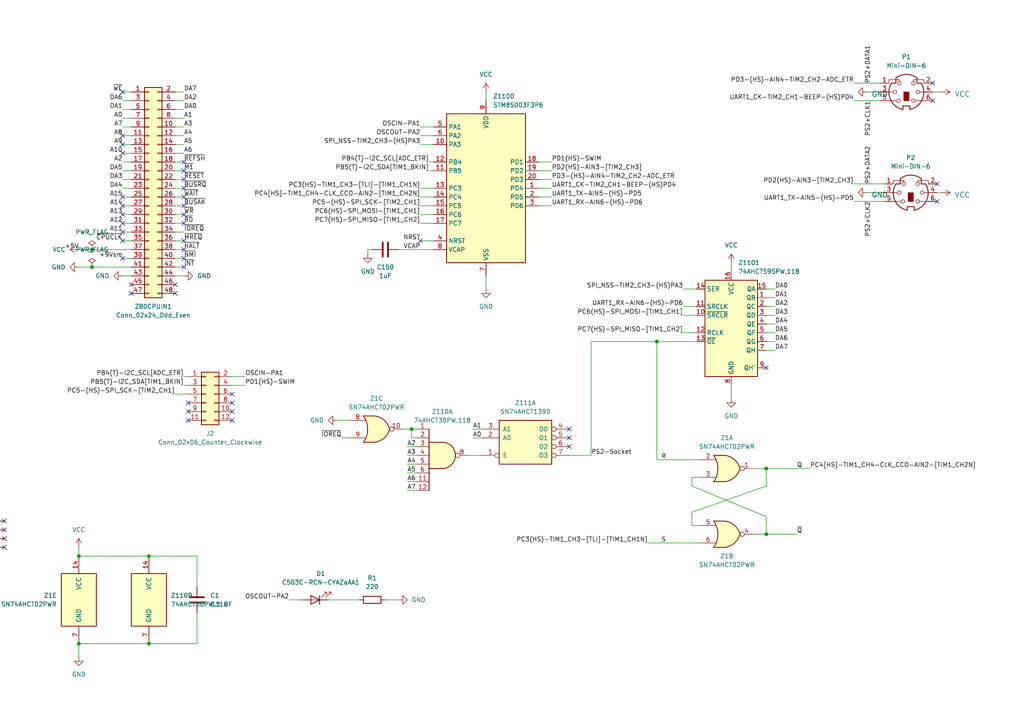
<source format=kicad_sch>
(kicad_sch (version 20211123) (generator eeschema)
  (paper "A4")
  (title_block (title "UniBoard") (date "2019-11-10") (rev "Alpha") (company "Ontobus") (comment 1 "John Bradley") (comment 2 "https://creativecommons.org/licenses/by-nc-sa/4.0/") (comment 3 "Attribution-NonCommercial-ShareAlike 4.0 International License.") (comment 4 "This work is licensed under a Creative Commons "))
  (lib_symbols
    (symbol "74xx:74HC02" (pin_names (offset 1.016))
      (property "Reference" "U" (at 0 1.27 0))
      (property "Value" "74HC02" (at 0 -1.27 0))
      (symbol "74HC02_1_1"
        (pin output inverted (at 7.62 0 180) (length 3.81) (name "~") (number "1"))
        (pin input line (at -7.62 2.54 0) (length 4.318) (name "~") (number "2"))
        (pin input line (at -7.62 -2.54 0) (length 4.318) (name "~") (number "3"))
      )
      (symbol "74HC02_1_2"
        (pin output line (at 7.62 0 180) (length 3.81) (name "~") (number "1"))
        (pin input inverted (at -7.62 2.54 0) (length 3.81) (name "~") (number "2"))
        (pin input inverted (at -7.62 -2.54 0) (length 3.81) (name "~") (number "3"))
      )
      (symbol "74HC02_2_1"
        (pin output inverted (at 7.62 0 180) (length 3.81) (name "~") (number "4"))
        (pin input line (at -7.62 2.54 0) (length 4.318) (name "~") (number "5"))
        (pin input line (at -7.62 -2.54 0) (length 4.318) (name "~") (number "6"))
      )
      (symbol "74HC02_2_2"
        (pin output line (at 7.62 0 180) (length 3.81) (name "~") (number "4"))
        (pin input inverted (at -7.62 2.54 0) (length 3.81) (name "~") (number "5"))
        (pin input inverted (at -7.62 -2.54 0) (length 3.81) (name "~") (number "6"))
      )
      (symbol "74HC02_3_1"
        (pin output inverted (at 7.62 0 180) (length 3.81) (name "~") (number "10"))
        (pin input line (at -7.62 2.54 0) (length 4.318) (name "~") (number "8"))
        (pin input line (at -7.62 -2.54 0) (length 4.318) (name "~") (number "9"))
      )
      (symbol "74HC02_3_2"
        (pin output line (at 7.62 0 180) (length 3.81) (name "~") (number "10"))
        (pin input inverted (at -7.62 2.54 0) (length 3.81) (name "~") (number "8"))
        (pin input inverted (at -7.62 -2.54 0) (length 3.81) (name "~") (number "9"))
      )
      (symbol "74HC02_4_1"
        (pin input line (at -7.62 2.54 0) (length 4.318) (name "~") (number "11"))
        (pin input line (at -7.62 -2.54 0) (length 4.318) (name "~") (number "12"))
        (pin output inverted (at 7.62 0 180) (length 3.81) (name "~") (number "13"))
      )
      (symbol "74HC02_4_2"
        (pin input inverted (at -7.62 2.54 0) (length 3.81) (name "~") (number "11"))
        (pin input inverted (at -7.62 -2.54 0) (length 3.81) (name "~") (number "12"))
        (pin output line (at 7.62 0 180) (length 3.81) (name "~") (number "13"))
      )
      (symbol "74HC02_5_0"
        (pin power_in line (at 0 12.7 270) (length 5.08) (name "VCC") (number "14"))
        (pin power_in line (at 0 -12.7 90) (length 5.08) (name "GND") (number "7"))
      )
    )
    (symbol "74xx:74HCT595"
      (property "Reference" "U" (at -7.62 13.97 0))
      (property "Value" "74HCT595" (at -7.62 -16.51 0))
      (symbol "74HCT595_1_0"
        (pin tri_state line (at 10.16 7.62 180) (length 2.54) (name "QB") (number "1"))
        (pin input line (at -10.16 2.54 0) (length 2.54) (name "~{SRCLR}") (number "10"))
        (pin input line (at -10.16 5.08 0) (length 2.54) (name "SRCLK") (number "11"))
        (pin input line (at -10.16 -2.54 0) (length 2.54) (name "RCLK") (number "12"))
        (pin input line (at -10.16 -5.08 0) (length 2.54) (name "~{OE}") (number "13"))
        (pin input line (at -10.16 10.16 0) (length 2.54) (name "SER") (number "14"))
        (pin tri_state line (at 10.16 10.16 180) (length 2.54) (name "QA") (number "15"))
        (pin power_in line (at 0 15.24 270) (length 2.54) (name "VCC") (number "16"))
        (pin tri_state line (at 10.16 5.08 180) (length 2.54) (name "QC") (number "2"))
        (pin tri_state line (at 10.16 2.54 180) (length 2.54) (name "QD") (number "3"))
        (pin tri_state line (at 10.16 0 180) (length 2.54) (name "QE") (number "4"))
        (pin tri_state line (at 10.16 -2.54 180) (length 2.54) (name "QF") (number "5"))
        (pin tri_state line (at 10.16 -5.08 180) (length 2.54) (name "QG") (number "6"))
        (pin tri_state line (at 10.16 -7.62 180) (length 2.54) (name "QH") (number "7"))
        (pin power_in line (at 0 -17.78 90) (length 2.54) (name "GND") (number "8"))
        (pin output line (at 10.16 -12.7 180) (length 2.54) (name "QH'") (number "9"))
      )
    )
    (symbol "74xx:74LS139" (pin_names (offset 1.016))
      (property "Reference" "U" (at -7.62 8.89 0))
      (property "Value" "74LS139" (at -7.62 -8.89 0))
      (symbol "74LS139_1_0"
        (pin input inverted (at -12.7 -5.08 0) (length 5.08) (name "E") (number "1"))
        (pin input line (at -12.7 0 0) (length 5.08) (name "A0") (number "2"))
        (pin input line (at -12.7 2.54 0) (length 5.08) (name "A1") (number "3"))
        (pin output inverted (at 12.7 2.54 180) (length 5.08) (name "O0") (number "4"))
        (pin output inverted (at 12.7 0 180) (length 5.08) (name "O1") (number "5"))
        (pin output inverted (at 12.7 -2.54 180) (length 5.08) (name "O2") (number "6"))
        (pin output inverted (at 12.7 -5.08 180) (length 5.08) (name "O3") (number "7"))
      )
      (symbol "74LS139_2_0"
        (pin output inverted (at 12.7 -2.54 180) (length 5.08) (name "O2") (number "10"))
        (pin output inverted (at 12.7 0 180) (length 5.08) (name "O1") (number "11"))
        (pin output inverted (at 12.7 2.54 180) (length 5.08) (name "O0") (number "12"))
        (pin input line (at -12.7 2.54 0) (length 5.08) (name "A1") (number "13"))
        (pin input line (at -12.7 0 0) (length 5.08) (name "A0") (number "14"))
        (pin input inverted (at -12.7 -5.08 0) (length 5.08) (name "E") (number "15"))
        (pin output inverted (at 12.7 -5.08 180) (length 5.08) (name "O3") (number "9"))
      )
      (symbol "74LS139_3_0"
        (pin power_in line (at 0 12.7 270) (length 5.08) (name "VCC") (number "16"))
        (pin power_in line (at 0 -12.7 90) (length 5.08) (name "GND") (number "8"))
      )
    )
    (symbol "74xx:74LS30" (pin_names (offset 1.016))
      (property "Reference" "U" (at 0 1.27 0))
      (property "Value" "74LS30" (at 0 -1.27 0))
      (symbol "74LS30_1_1"
        (pin input line (at -7.62 7.62 0) (length 3.81) (name "~") (number "1"))
        (pin input line (at -7.62 -7.62 0) (length 3.81) (name "~") (number "11"))
        (pin input line (at -7.62 -10.16 0) (length 3.81) (name "~") (number "12"))
        (pin input line (at -7.62 5.08 0) (length 3.81) (name "~") (number "2"))
        (pin input line (at -7.62 2.54 0) (length 3.81) (name "~") (number "3"))
        (pin input line (at -7.62 0 0) (length 3.81) (name "~") (number "4"))
        (pin input line (at -7.62 -2.54 0) (length 3.81) (name "~") (number "5"))
        (pin input line (at -7.62 -5.08 0) (length 3.81) (name "~") (number "6"))
        (pin output inverted (at 7.62 0 180) (length 3.81) (name "~") (number "8"))
      )
      (symbol "74LS30_1_2"
        (pin input inverted (at -7.62 7.62 0) (length 3.81) (name "~") (number "1"))
        (pin input inverted (at -7.62 -7.62 0) (length 3.81) (name "~") (number "11"))
        (pin input inverted (at -7.62 -10.16 0) (length 3.81) (name "~") (number "12"))
        (pin input inverted (at -7.62 5.08 0) (length 3.81) (name "~") (number "2"))
        (pin input inverted (at -7.62 2.54 0) (length 4.5466) (name "~") (number "3"))
        (pin input inverted (at -7.62 0 0) (length 5.08) (name "~") (number "4"))
        (pin input inverted (at -7.62 -2.54 0) (length 4.5466) (name "~") (number "5"))
        (pin input inverted (at -7.62 -5.08 0) (length 3.81) (name "~") (number "6"))
        (pin output line (at 7.62 0 180) (length 3.81) (name "~") (number "8"))
      )
      (symbol "74LS30_2_0"
        (pin power_in line (at 0 12.7 270) (length 5.08) (name "VCC") (number "14"))
        (pin power_in line (at 0 -12.7 90) (length 5.08) (name "GND") (number "7"))
      )
    )
    (symbol "Connector:Mini-DIN-6" (pin_names (offset 1.016))
      (property "Reference" "J" (at 0 6.35 0))
      (property "Value" "Mini-DIN-6" (at 0 -6.35 0))
      (symbol "Mini-DIN-6_1_1"
        (pin passive line (at 7.62 -2.54 180) (length 2.54) (name "~") (number "1"))
        (pin passive line (at -7.62 -2.54 0) (length 2.54) (name "~") (number "2"))
        (pin passive line (at 7.62 0 180) (length 2.54) (name "~") (number "3"))
        (pin passive line (at -7.62 0 0) (length 2.54) (name "~") (number "4"))
        (pin passive line (at 7.62 2.54 180) (length 2.54) (name "~") (number "5"))
        (pin passive line (at -7.62 2.54 0) (length 2.54) (name "~") (number "6"))
      )
    )
    (symbol "Connector_Generic:Conn_02x06_Odd_Even" (pin_names (offset 1.016) hide)
      (property "Reference" "J" (at 1.27 7.62 0))
      (property "Value" "Conn_02x06_Odd_Even" (at 1.27 -10.16 0))
      (symbol "Conn_02x06_Odd_Even_1_1"
        (pin passive line (at -5.08 5.08 0) (length 3.81) (name "Pin_1") (number "1"))
        (pin passive line (at 7.62 -5.08 180) (length 3.81) (name "Pin_10") (number "10"))
        (pin passive line (at -5.08 -7.62 0) (length 3.81) (name "Pin_11") (number "11"))
        (pin passive line (at 7.62 -7.62 180) (length 3.81) (name "Pin_12") (number "12"))
        (pin passive line (at 7.62 5.08 180) (length 3.81) (name "Pin_2") (number "2"))
        (pin passive line (at -5.08 2.54 0) (length 3.81) (name "Pin_3") (number "3"))
        (pin passive line (at 7.62 2.54 180) (length 3.81) (name "Pin_4") (number "4"))
        (pin passive line (at -5.08 0 0) (length 3.81) (name "Pin_5") (number "5"))
        (pin passive line (at 7.62 0 180) (length 3.81) (name "Pin_6") (number "6"))
        (pin passive line (at -5.08 -2.54 0) (length 3.81) (name "Pin_7") (number "7"))
        (pin passive line (at 7.62 -2.54 180) (length 3.81) (name "Pin_8") (number "8"))
        (pin passive line (at -5.08 -5.08 0) (length 3.81) (name "Pin_9") (number "9"))
      )
    )
    (symbol "Connector_Generic:Conn_02x24_Odd_Even" (pin_names (offset 1.016) hide)
      (property "Reference" "J" (at 1.27 30.48 0))
      (property "Value" "Conn_02x24_Odd_Even" (at 1.27 -33.02 0))
      (symbol "Conn_02x24_Odd_Even_1_1"
        (pin passive line (at -5.08 27.94 0) (length 3.81) (name "Pin_1") (number "1"))
        (pin passive line (at 7.62 17.78 180) (length 3.81) (name "Pin_10") (number "10"))
        (pin passive line (at -5.08 15.24 0) (length 3.81) (name "Pin_11") (number "11"))
        (pin passive line (at 7.62 15.24 180) (length 3.81) (name "Pin_12") (number "12"))
        (pin passive line (at -5.08 12.7 0) (length 3.81) (name "Pin_13") (number "13"))
        (pin passive line (at 7.62 12.7 180) (length 3.81) (name "Pin_14") (number "14"))
        (pin passive line (at -5.08 10.16 0) (length 3.81) (name "Pin_15") (number "15"))
        (pin passive line (at 7.62 10.16 180) (length 3.81) (name "Pin_16") (number "16"))
        (pin passive line (at -5.08 7.62 0) (length 3.81) (name "Pin_17") (number "17"))
        (pin passive line (at 7.62 7.62 180) (length 3.81) (name "Pin_18") (number "18"))
        (pin passive line (at -5.08 5.08 0) (length 3.81) (name "Pin_19") (number "19"))
        (pin passive line (at 7.62 27.94 180) (length 3.81) (name "Pin_2") (number "2"))
        (pin passive line (at 7.62 5.08 180) (length 3.81) (name "Pin_20") (number "20"))
        (pin passive line (at -5.08 2.54 0) (length 3.81) (name "Pin_21") (number "21"))
        (pin passive line (at 7.62 2.54 180) (length 3.81) (name "Pin_22") (number "22"))
        (pin passive line (at -5.08 0 0) (length 3.81) (name "Pin_23") (number "23"))
        (pin passive line (at 7.62 0 180) (length 3.81) (name "Pin_24") (number "24"))
        (pin passive line (at -5.08 -2.54 0) (length 3.81) (name "Pin_25") (number "25"))
        (pin passive line (at 7.62 -2.54 180) (length 3.81) (name "Pin_26") (number "26"))
        (pin passive line (at -5.08 -5.08 0) (length 3.81) (name "Pin_27") (number "27"))
        (pin passive line (at 7.62 -5.08 180) (length 3.81) (name "Pin_28") (number "28"))
        (pin passive line (at -5.08 -7.62 0) (length 3.81) (name "Pin_29") (number "29"))
        (pin passive line (at -5.08 25.4 0) (length 3.81) (name "Pin_3") (number "3"))
        (pin passive line (at 7.62 -7.62 180) (length 3.81) (name "Pin_30") (number "30"))
        (pin passive line (at -5.08 -10.16 0) (length 3.81) (name "Pin_31") (number "31"))
        (pin passive line (at 7.62 -10.16 180) (length 3.81) (name "Pin_32") (number "32"))
        (pin passive line (at -5.08 -12.7 0) (length 3.81) (name "Pin_33") (number "33"))
        (pin passive line (at 7.62 -12.7 180) (length 3.81) (name "Pin_34") (number "34"))
        (pin passive line (at -5.08 -15.24 0) (length 3.81) (name "Pin_35") (number "35"))
        (pin passive line (at 7.62 -15.24 180) (length 3.81) (name "Pin_36") (number "36"))
        (pin passive line (at -5.08 -17.78 0) (length 3.81) (name "Pin_37") (number "37"))
        (pin passive line (at 7.62 -17.78 180) (length 3.81) (name "Pin_38") (number "38"))
        (pin passive line (at -5.08 -20.32 0) (length 3.81) (name "Pin_39") (number "39"))
        (pin passive line (at 7.62 25.4 180) (length 3.81) (name "Pin_4") (number "4"))
        (pin passive line (at 7.62 -20.32 180) (length 3.81) (name "Pin_40") (number "40"))
        (pin passive line (at -5.08 -22.86 0) (length 3.81) (name "Pin_41") (number "41"))
        (pin passive line (at 7.62 -22.86 180) (length 3.81) (name "Pin_42") (number "42"))
        (pin passive line (at -5.08 -25.4 0) (length 3.81) (name "Pin_43") (number "43"))
        (pin passive line (at 7.62 -25.4 180) (length 3.81) (name "Pin_44") (number "44"))
        (pin passive line (at -5.08 -27.94 0) (length 3.81) (name "Pin_45") (number "45"))
        (pin passive line (at 7.62 -27.94 180) (length 3.81) (name "Pin_46") (number "46"))
        (pin passive line (at -5.08 -30.48 0) (length 3.81) (name "Pin_47") (number "47"))
        (pin passive line (at 7.62 -30.48 180) (length 3.81) (name "Pin_48") (number "48"))
        (pin passive line (at -5.08 22.86 0) (length 3.81) (name "Pin_5") (number "5"))
        (pin passive line (at 7.62 22.86 180) (length 3.81) (name "Pin_6") (number "6"))
        (pin passive line (at -5.08 20.32 0) (length 3.81) (name "Pin_7") (number "7"))
        (pin passive line (at 7.62 20.32 180) (length 3.81) (name "Pin_8") (number "8"))
        (pin passive line (at -5.08 17.78 0) (length 3.81) (name "Pin_9") (number "9"))
      )
    )
    (symbol "Device:C" (pin_numbers hide) (pin_names (offset 0.254))
      (property "Reference" "C" (at 0.635 2.54 0))
      (property "Value" "C" (at 0.635 -2.54 0))
      (symbol "C_1_1"
        (pin passive line (at 0 3.81 270) (length 2.794) (name "~") (number "1"))
        (pin passive line (at 0 -3.81 90) (length 2.794) (name "~") (number "2"))
      )
    )
    (symbol "Device:LED" (pin_numbers hide) (pin_names (offset 1.016) hide)
      (property "Reference" "D" (at 0 2.54 0))
      (property "Value" "LED" (at 0 -2.54 0))
      (symbol "LED_1_1"
        (pin passive line (at -3.81 0 0) (length 2.54) (name "K") (number "1"))
        (pin passive line (at 3.81 0 180) (length 2.54) (name "A") (number "2"))
      )
    )
    (symbol "Device:R" (pin_numbers hide) (pin_names (offset 0))
      (property "Reference" "R" (at 2.032 0 90))
      (property "Value" "R" (at 0 0 90))
      (symbol "R_1_1"
        (pin passive line (at 0 3.81 270) (length 1.27) (name "~") (number "1"))
        (pin passive line (at 0 -3.81 90) (length 1.27) (name "~") (number "2"))
      )
    )
    (symbol "MCU_ST_STM8:STM8S003F3P"
      (property "Reference" "U" (at 1.27 25.4 0))
      (property "Value" "STM8S003F3P" (at 1.27 22.86 0))
      (symbol "STM8S003F3P_1_1"
        (pin bidirectional line (at 15.24 0 180) (length 3.81) (name "PD4") (number "1"))
        (pin bidirectional line (at -15.24 12.7 0) (length 3.81) (name "PA3") (number "10"))
        (pin bidirectional line (at -15.24 5.08 0) (length 3.81) (name "PB5") (number "11"))
        (pin bidirectional line (at -15.24 7.62 0) (length 3.81) (name "PB4") (number "12"))
        (pin bidirectional line (at -15.24 0 0) (length 3.81) (name "PC3") (number "13"))
        (pin bidirectional line (at -15.24 -2.54 0) (length 3.81) (name "PC4") (number "14"))
        (pin bidirectional line (at -15.24 -5.08 0) (length 3.81) (name "PC5") (number "15"))
        (pin bidirectional line (at -15.24 -7.62 0) (length 3.81) (name "PC6") (number "16"))
        (pin bidirectional line (at -15.24 -10.16 0) (length 3.81) (name "PC7") (number "17"))
        (pin bidirectional line (at 15.24 7.62 180) (length 3.81) (name "PD1") (number "18"))
        (pin bidirectional line (at 15.24 5.08 180) (length 3.81) (name "PD2") (number "19"))
        (pin bidirectional line (at 15.24 -2.54 180) (length 3.81) (name "PD5") (number "2"))
        (pin bidirectional line (at 15.24 2.54 180) (length 3.81) (name "PD3") (number "20"))
        (pin bidirectional line (at 15.24 -5.08 180) (length 3.81) (name "PD6") (number "3"))
        (pin input line (at -15.24 -15.24 0) (length 3.81) (name "NRST") (number "4"))
        (pin bidirectional line (at -15.24 17.78 0) (length 3.81) (name "PA1") (number "5"))
        (pin bidirectional line (at -15.24 15.24 0) (length 3.81) (name "PA2") (number "6"))
        (pin power_in line (at 0 -25.4 90) (length 3.81) (name "VSS") (number "7"))
        (pin passive line (at -15.24 -17.78 0) (length 3.81) (name "VCAP") (number "8"))
        (pin power_in line (at 0 25.4 270) (length 3.81) (name "VDD") (number "9"))
      )
    )
    (symbol "power:GND" (power) (pin_names (offset 0))
      (property "Value" "GND" (at 0 -3.81 0))
      (symbol "GND_1_1"
        (pin power_in line (at 0 0 270) (length 0) hide (name "GND") (number "1"))
      )
    )
    (symbol "power:PWR_FLAG" (power) (pin_numbers hide) (pin_names (offset 0) hide)
      (property "Value" "PWR_FLAG" (at 0 3.81 0))
      (symbol "PWR_FLAG_0_0"
        (pin power_out line (at 0 0 90) (length 0) (name "pwr") (number "1"))
      )
    )
    (symbol "power:VCC" (power) (pin_names (offset 0))
      (property "Value" "VCC" (at 0 3.81 0))
      (symbol "VCC_1_1"
        (pin power_in line (at 0 0 90) (length 0) hide (name "VCC") (number "1"))
      )
    )
  )
  (junction (at 43.18 186.69))
  (junction (at 22.86 161.29))
  (junction (at 222.25 154.94))
  (junction (at 222.25 135.89))
  (junction (at 190.5 99.06))
  (junction (at 26.67 77.47))
  (junction (at 119.38 124.46))
  (junction (at 43.18 161.29))
  (junction (at 22.86 186.69))
  (junction (at 26.67 72.39))
  (no_connect (at 53.34 69.85))
  (no_connect (at -3.81 132.08))
  (no_connect (at 35.56 69.85))
  (no_connect (at 53.34 59.69))
  (no_connect (at -25.4 153.67))
  (no_connect (at 67.31 116.84))
  (no_connect (at 50.8 85.09))
  (no_connect (at -25.4 151.13))
  (no_connect (at 53.34 46.99))
  (no_connect (at 35.56 64.77))
  (no_connect (at 38.1 85.09))
  (no_connect (at 67.31 121.92))
  (no_connect (at 35.56 62.23))
  (no_connect (at 50.8 82.55))
  (no_connect (at -29.21 298.45))
  (no_connect (at 38.1 82.55))
  (no_connect (at 1.27 153.67))
  (no_connect (at 35.56 59.69))
  (no_connect (at 53.34 49.53))
  (no_connect (at 35.56 26.67))
  (no_connect (at 53.34 72.39))
  (no_connect (at -25.4 158.75))
  (no_connect (at 121.92 69.85))
  (no_connect (at 54.61 121.92))
  (no_connect (at 67.31 119.38))
  (no_connect (at 1.27 158.75))
  (no_connect (at 53.34 74.93))
  (no_connect (at -19.05 134.62))
  (no_connect (at 35.56 57.15))
  (no_connect (at 165.1 129.54))
  (no_connect (at 270.51 29.21))
  (no_connect (at -344.805 283.21))
  (no_connect (at 271.78 58.42))
  (no_connect (at 53.34 57.15))
  (no_connect (at 165.1 124.46))
  (no_connect (at 345.44 22.86))
  (no_connect (at 1.27 156.21))
  (no_connect (at 53.34 52.07))
  (no_connect (at 270.51 24.13))
  (no_connect (at 54.61 116.84))
  (no_connect (at 35.56 44.45))
  (no_connect (at 271.78 53.34))
  (no_connect (at 53.34 62.23))
  (no_connect (at 1.27 151.13))
  (no_connect (at 35.56 41.91))
  (no_connect (at 53.34 54.61))
  (no_connect (at 35.56 74.93))
  (no_connect (at 35.56 67.31))
  (no_connect (at 35.56 39.37))
  (no_connect (at 53.34 64.77))
  (no_connect (at 222.25 106.68))
  (no_connect (at 53.34 77.47))
  (no_connect (at 54.61 119.38))
  (no_connect (at 67.31 114.3))
  (no_connect (at 165.1 127))
  (no_connect (at -19.05 129.54))
  (wire (pts (xy 125.73 54.61) (xy 121.92 54.61)))
  (wire (pts (xy 125.73 39.37) (xy 121.92 39.37)))
  (wire (pts (xy 38.1 49.53) (xy 35.56 49.53)))
  (wire (pts (xy 222.25 99.06) (xy 224.79 99.06)))
  (wire (pts (xy 43.18 161.29) (xy 57.15 161.29)))
  (wire (pts (xy 38.1 36.83) (xy 35.56 36.83)))
  (wire (pts (xy 107.95 72.39) (xy 106.68 72.39)))
  (wire (pts (xy 50.8 34.29) (xy 53.34 34.29)))
  (wire (pts (xy 120.65 124.46) (xy 119.38 124.46)))
  (wire (pts (xy 50.8 26.67) (xy 53.34 26.67)))
  (wire (pts (xy 38.1 31.75) (xy 35.56 31.75)))
  (wire (pts (xy 54.61 109.22) (xy 53.34 109.22)))
  (wire (pts (xy 50.8 52.07) (xy 53.34 52.07)))
  (wire (pts (xy 120.65 132.08) (xy 118.11 132.08)))
  (wire (pts (xy 156.21 57.15) (xy 160.02 57.15)))
  (wire (pts (xy 171.45 99.06) (xy 190.5 99.06)))
  (wire (pts (xy 125.73 64.77) (xy 121.92 64.77)))
  (wire (pts (xy 273.05 55.88) (xy 271.78 55.88)))
  (wire (pts (xy 222.25 88.9) (xy 224.79 88.9)))
  (wire (pts (xy 156.21 54.61) (xy 160.02 54.61)))
  (wire (pts (xy 273.05 26.67) (xy 270.51 26.67)))
  (wire (pts (xy 256.54 53.34) (xy 247.65 53.34)))
  (wire (pts (xy 43.18 161.29) (xy 22.86 161.29)))
  (wire (pts (xy 22.86 158.75) (xy 22.86 161.29)))
  (wire (pts (xy 125.73 69.85) (xy 121.92 69.85)))
  (wire (pts (xy 50.8 44.45) (xy 53.34 44.45)))
  (wire (pts (xy 50.8 77.47) (xy 53.34 77.47)))
  (wire (pts (xy 218.44 135.89) (xy 222.25 135.89)))
  (wire (pts (xy 121.92 36.83) (xy 125.73 36.83)))
  (wire (pts (xy 22.86 186.69) (xy 22.86 190.5)))
  (wire (pts (xy 50.8 57.15) (xy 53.34 57.15)))
  (wire (pts (xy 120.65 142.24) (xy 118.11 142.24)))
  (wire (pts (xy 187.96 157.48) (xy 203.2 157.48)))
  (wire (pts (xy 26.67 77.47) (xy 38.1 77.47)))
  (wire (pts (xy 190.5 133.35) (xy 203.2 133.35)))
  (wire (pts (xy 50.8 49.53) (xy 53.34 49.53)))
  (wire (pts (xy 139.7 132.08) (xy 135.89 132.08)))
  (wire (pts (xy 38.1 69.85) (xy 35.56 69.85)))
  (wire (pts (xy 222.25 154.94) (xy 222.25 149.86)))
  (wire (pts (xy 201.93 91.44) (xy 198.12 91.44)))
  (wire (pts (xy 38.1 74.93) (xy 35.56 74.93)))
  (wire (pts (xy 50.8 54.61) (xy 53.34 54.61)))
  (wire (pts (xy 140.97 80.01) (xy 140.97 83.82)))
  (wire (pts (xy 38.1 41.91) (xy 35.56 41.91)))
  (wire (pts (xy 256.54 55.88) (xy 251.46 55.88)))
  (wire (pts (xy 22.86 77.47) (xy 26.67 77.47)))
  (wire (pts (xy 43.18 186.69) (xy 22.86 186.69)))
  (wire (pts (xy 26.67 72.39) (xy 22.86 72.39)))
  (wire (pts (xy 38.1 64.77) (xy 35.56 64.77)))
  (wire (pts (xy 222.25 149.86) (xy 200.66 140.97)))
  (wire (pts (xy 125.73 57.15) (xy 121.92 57.15)))
  (wire (pts (xy 212.09 111.76) (xy 212.09 115.57)))
  (wire (pts (xy 200.66 138.43) (xy 203.2 138.43)))
  (wire (pts (xy 125.73 62.23) (xy 121.92 62.23)))
  (wire (pts (xy 255.27 24.13) (xy 247.65 24.13)))
  (wire (pts (xy 222.25 83.82) (xy 224.79 83.82)))
  (wire (pts (xy 38.1 34.29) (xy 35.56 34.29)))
  (wire (pts (xy 222.25 86.36) (xy 224.79 86.36)))
  (wire (pts (xy 119.38 127) (xy 120.65 127)))
  (wire (pts (xy 222.25 101.6) (xy 224.79 101.6)))
  (wire (pts (xy 201.93 83.82) (xy 198.12 83.82)))
  (wire (pts (xy 222.25 135.89) (xy 234.95 135.89)))
  (wire (pts (xy 38.1 52.07) (xy 35.56 52.07)))
  (wire (pts (xy 139.7 127) (xy 137.16 127)))
  (wire (pts (xy 50.8 39.37) (xy 53.34 39.37)))
  (wire (pts (xy 190.5 133.35) (xy 190.5 99.06)))
  (wire (pts (xy 119.38 124.46) (xy 119.38 127)))
  (wire (pts (xy 38.1 57.15) (xy 35.56 57.15)))
  (wire (pts (xy 201.93 88.9) (xy 198.12 88.9)))
  (wire (pts (xy 38.1 44.45) (xy 35.56 44.45)))
  (wire (pts (xy 38.1 54.61) (xy 35.56 54.61)))
  (wire (pts (xy 200.66 140.97) (xy 200.66 138.43)))
  (wire (pts (xy 201.93 96.52) (xy 198.12 96.52)))
  (wire (pts (xy 38.1 59.69) (xy 35.56 59.69)))
  (wire (pts (xy 50.8 59.69) (xy 53.34 59.69)))
  (wire (pts (xy 218.44 154.94) (xy 222.25 154.94)))
  (wire (pts (xy 200.66 152.4) (xy 203.2 152.4)))
  (wire (pts (xy 171.45 132.08) (xy 171.45 99.06)))
  (wire (pts (xy 38.1 46.99) (xy 35.56 46.99)))
  (wire (pts (xy 50.8 31.75) (xy 53.34 31.75)))
  (wire (pts (xy 222.25 154.94) (xy 231.14 154.94)))
  (wire (pts (xy 120.65 139.7) (xy 118.11 139.7)))
  (wire (pts (xy 101.6 127) (xy 99.06 127)))
  (wire (pts (xy 38.1 39.37) (xy 35.56 39.37)))
  (wire (pts (xy 50.8 41.91) (xy 53.34 41.91)))
  (wire (pts (xy 50.8 72.39) (xy 53.34 72.39)))
  (wire (pts (xy 50.8 69.85) (xy 53.34 69.85)))
  (wire (pts (xy 54.61 111.76) (xy 53.34 111.76)))
  (wire (pts (xy 38.1 26.67) (xy 35.56 26.67)))
  (wire (pts (xy 50.8 29.21) (xy 53.34 29.21)))
  (wire (pts (xy 57.15 186.69) (xy 43.18 186.69)))
  (wire (pts (xy 120.65 134.62) (xy 118.11 134.62)))
  (wire (pts (xy 71.12 109.22) (xy 67.31 109.22)))
  (wire (pts (xy 165.1 132.08) (xy 171.45 132.08)))
  (wire (pts (xy 125.73 59.69) (xy 121.92 59.69)))
  (wire (pts (xy 125.73 49.53) (xy 124.46 49.53)))
  (wire (pts (xy 119.38 124.46) (xy 116.84 124.46)))
  (wire (pts (xy 50.8 36.83) (xy 53.34 36.83)))
  (wire (pts (xy 67.31 111.76) (xy 71.12 111.76)))
  (wire (pts (xy 50.8 64.77) (xy 53.34 64.77)))
  (wire (pts (xy 106.68 72.39) (xy 106.68 73.66)))
  (wire (pts (xy 140.97 26.67) (xy 140.97 29.21)))
  (wire (pts (xy 125.73 72.39) (xy 115.57 72.39)))
  (wire (pts (xy 54.61 114.3) (xy 50.8 114.3)))
  (wire (pts (xy 200.66 148.59) (xy 200.66 152.4)))
  (wire (pts (xy 256.54 58.42) (xy 247.65 58.42)))
  (wire (pts (xy 156.21 52.07) (xy 160.02 52.07)))
  (wire (pts (xy 57.15 161.29) (xy 57.15 170.18)))
  (wire (pts (xy 125.73 46.99) (xy 124.46 46.99)))
  (wire (pts (xy 50.8 46.99) (xy 53.34 46.99)))
  (wire (pts (xy 156.21 59.69) (xy 160.02 59.69)))
  (wire (pts (xy 222.25 96.52) (xy 224.79 96.52)))
  (wire (pts (xy 111.76 173.99) (xy 115.57 173.99)))
  (wire (pts (xy 255.27 29.21) (xy 247.65 29.21)))
  (wire (pts (xy 212.09 76.2) (xy 212.09 78.74)))
  (wire (pts (xy 222.25 135.89) (xy 222.25 140.97)))
  (wire (pts (xy 38.1 62.23) (xy 35.56 62.23)))
  (wire (pts (xy 38.1 29.21) (xy 35.56 29.21)))
  (wire (pts (xy 139.7 124.46) (xy 137.16 124.46)))
  (wire (pts (xy 222.25 91.44) (xy 224.79 91.44)))
  (wire (pts (xy 38.1 80.01) (xy 35.56 80.01)))
  (wire (pts (xy 120.65 129.54) (xy 118.11 129.54)))
  (wire (pts (xy 38.1 67.31) (xy 35.56 67.31)))
  (wire (pts (xy 120.65 137.16) (xy 118.11 137.16)))
  (wire (pts (xy 50.8 62.23) (xy 53.34 62.23)))
  (wire (pts (xy 222.25 93.98) (xy 224.79 93.98)))
  (wire (pts (xy 87.63 173.99) (xy 83.82 173.99)))
  (wire (pts (xy 160.02 46.99) (xy 156.21 46.99)))
  (wire (pts (xy 50.8 67.31) (xy 53.34 67.31)))
  (wire (pts (xy 57.15 177.8) (xy 57.15 186.69)))
  (wire (pts (xy 101.6 121.92) (xy 97.79 121.92)))
  (wire (pts (xy 53.34 74.93) (xy 50.8 74.93)))
  (wire (pts (xy 156.21 49.53) (xy 160.02 49.53)))
  (wire (pts (xy 50.8 80.01) (xy 53.34 80.01)))
  (wire (pts (xy 125.73 41.91) (xy 121.92 41.91)))
  (wire (pts (xy 190.5 99.06) (xy 201.93 99.06)))
  (wire (pts (xy 95.25 173.99) (xy 104.14 173.99)))
  (wire (pts (xy 222.25 140.97) (xy 200.66 148.59)))
  (wire (pts (xy 255.27 26.67) (xy 251.46 26.67)))
  (wire (pts (xy 38.1 72.39) (xy 26.67 72.39)))
  (label "DA7" (at 53.34 26.67 0))
  (label "DA5" (at 35.56 49.53 180))
  (label "OSCOUT-PA2" (at 83.82 173.99 180))
  (label "~{BUSAK}" (at 53.34 59.69 0))
  (label "PB5(T)-I2C_SDA[TIM1_BKIN]" (at 124.46 49.53 180))
  (label "DA4" (at 35.56 54.61 180))
  (label "PC7(HS)-SPI_MISO-[TIM1_CH2]" (at 198.12 96.52 180))
  (label "DA3" (at 35.56 52.07 180))
  (label "DA1" (at 224.79 86.36 0))
  (label "S" (at 191.77 157.48 0))
  (label "A2" (at 118.11 129.54 0))
  (label "A4" (at 53.34 39.37 0))
  (label "UART1_CK-TIM2_CH1-BEEP-(HS)PD4" (at 160.02 54.61 0))
  (label "A1" (at 53.34 34.29 0))
  (label "A7" (at 35.56 36.83 180))
  (label "~{M1}" (at 53.34 49.53 0))
  (label "PD1(HS)-SWIM" (at 160.02 46.99 0))
  (label "UART1_TX-AIN5-(HS)-PD5" (at 247.65 58.42 180))
  (label "PB4(T)-I2C_SCL[ADC_ETR]" (at 124.46 46.99 180))
  (label "PS2+CLK2" (at 252.73 58.42 270))
  (label "A7" (at 118.11 142.24 0))
  (label "A6" (at 118.11 139.7 0))
  (label "A6" (at 53.34 44.45 0))
  (label "~{NMI}" (at 53.34 74.93 0))
  (label "PS2-Socket" (at 171.45 132.08 0))
  (label "PB5(T)-I2C_SDA[TIM1_BKIN]" (at 53.34 111.76 180))
  (label "UART1_RX-AIN6-(HS)-PD6" (at 198.12 88.9 180))
  (label "A14" (at 35.56 59.69 180))
  (label "DA3" (at 224.79 91.44 0))
  (label "PC3(HS)-TIM1_CH3-[TLI]-[TIM1_CH1N]" (at 187.96 157.48 180))
  (label "A13" (at 35.56 62.23 180))
  (label "A5" (at 118.11 137.16 0))
  (label "PS2+DATA1" (at 252.73 24.13 90))
  (label "A1" (at 137.16 124.46 0))
  (label "DA7" (at 224.79 101.6 0))
  (label "PD1(HS)-SWIM" (at 71.12 111.76 0))
  (label "R" (at 191.77 133.35 0))
  (label "A3" (at 53.34 36.83 0))
  (label "PC5-(HS)-SPI_SCK-[TIM2_CH1]" (at 121.92 59.69 180))
  (label "PD2(HS)-AIN3-[TIM2_CH3]" (at 160.02 49.53 0))
  (label "A10" (at 35.56 44.45 180))
  (label "~{REFSH}" (at 53.34 46.99 0))
  (label "~{WE}" (at 35.56 26.67 180))
  (label "~{RESET}" (at 53.34 52.07 0))
  (label "A4" (at 118.11 134.62 0))
  (label "PC7(HS)-SPI_MISO-[TIM1_CH2]" (at 121.92 64.77 180))
  (label "DA0" (at 53.34 31.75 0))
  (label "PB4(T)-I2C_SCL[ADC_ETR]" (at 53.34 109.22 180))
  (label "~{IOREQ}" (at 99.06 127 180))
  (label "~{CPUCLK}" (at 35.56 69.85 180))
  (label "UART1_TX-AIN5-(HS)-PD5" (at 160.02 57.15 0))
  (label "OSCOUT-PA2" (at 121.92 39.37 180))
  (label "NRST" (at 121.92 69.85 180))
  (label "PS2+DATA2" (at 252.73 53.34 90))
  (label "PC3(HS)-TIM1_CH3-[TLI]-[TIM1_CH1N]" (at 121.92 54.61 180))
  (label "~{Q}" (at 231.14 154.94 0))
  (label "~{HALT}" (at 53.34 72.39 0))
  (label "~{BUSRQ}" (at 53.34 54.61 0))
  (label "SPI_NSS-TIM2_CH3-(HS)PA3" (at 121.92 41.91 180))
  (label "PS2+CLK1" (at 252.73 29.21 270))
  (label "A12" (at 35.56 64.77 180))
  (label "PD3-(HS)-AIN4-TIM2_CH2-ADC_ETR" (at 247.65 24.13 180))
  (label "A8" (at 35.56 39.37 180))
  (label "PC5-(HS)-SPI_SCK-[TIM2_CH1]" (at 50.8 114.3 180))
  (label "A0" (at 137.16 127 0))
  (label "PC6(HS)-SPI_MOSI-[TIM1_CH1]" (at 198.12 91.44 180))
  (label "DA1" (at 35.56 31.75 180))
  (label "PC4[HS]-TIM1_CH4-CLK_CCO-AIN2-[TIM1_CH2N]" (at 234.95 135.89 0))
  (label "PC6(HS)-SPI_MOSI-[TIM1_CH1]" (at 121.92 62.23 180))
  (label "~{INT}" (at 53.34 77.47 0))
  (label "UART1_RX-AIN6-(HS)-PD6" (at 160.02 59.69 0))
  (label "~{RD}" (at 53.34 64.77 0))
  (label "Q" (at 231.14 135.89 0))
  (label "PD2(HS)-AIN3-[TIM2_CH3]" (at 247.65 53.34 180))
  (label "DA2" (at 53.34 29.21 0))
  (label "OSCIN-PA1" (at 71.12 109.22 0))
  (label "VCAP" (at 121.92 72.39 180))
  (label "+5V" (at 22.86 72.39 180))
  (label "DA5" (at 224.79 96.52 0))
  (label "A15" (at 35.56 57.15 180))
  (label "A11" (at 35.56 67.31 180))
  (label "DA2" (at 224.79 88.9 0))
  (label "OSCIN-PA1" (at 121.92 36.83 180))
  (label "~{MREQ}" (at 53.34 69.85 0))
  (label "PC4[HS]-TIM1_CH4-CLK_CCO-AIN2-[TIM1_CH2N]" (at 121.92 57.15 180))
  (label "A2" (at 35.56 46.99 180))
  (label "+9Vsm" (at 35.56 74.93 180))
  (label "~{WR}" (at 53.34 62.23 0))
  (label "DA6" (at 35.56 29.21 180))
  (label "DA6" (at 224.79 99.06 0))
  (label "~{IOREQ}" (at 53.34 67.31 0))
  (label "A3" (at 118.11 132.08 0))
  (label "~{WAIT}" (at 53.34 57.15 0))
  (label "A9" (at 35.56 41.91 180))
  (label "DA0" (at 224.79 83.82 0))
  (label "PD3-(HS)-AIN4-TIM2_CH2-ADC_ETR" (at 160.02 52.07 0))
  (label "A5" (at 53.34 41.91 0))
  (label "A0" (at 35.56 34.29 180))
  (label "UART1_CK-TIM2_CH1-BEEP-(HS)PD4" (at 247.65 29.21 180))
  (label "SPI_NSS-TIM2_CH3-(HS)PA3" (at 198.12 83.82 180))
  (label "DA4" (at 224.79 93.98 0))
  (symbol (lib_id "74xx:74LS139") (at 152.4 127 0) (unit 1)
    (property "Reference" "Z111" (at 152.4 116.84 0))
    (property "Value" "SN74AHCT139D" (at 152.4 119.38 0))
    (property "Footprint" "Package_SO:SOP-16_4.4x10.4mm_P1.27mm" (effects hide))
    (property "Datasheet" "http://www.ti.com/lit/gpn/sn74LS139" (effects hide))
    (property "Manufacturer_Name" "Texas Instruments" (effects hide))
    (property "Manufacturer_Part_Number" "SN74AHCT139D" (effects hide))
  )
  (symbol (lib_id "MCU_ST_STM8:STM8S003F3P") (at 140.97 54.61 0) (unit 1)
    (property "Reference" "Z1100" (at 142.9894 27.94 0) (effects (justify left)))
    (property "Value" "STM8S003F3P6" (at 142.9894 30.48 0) (effects (justify left)))
    (property "Footprint" "Package_SO:TSSOP-20_4.4x6.5mm_P0.65mm" (effects hide))
    (property "Datasheet" "http://www.st.com/st-web-ui/static/active/en/resource/technical/document/datasheet/DM00024550.pdf" (effects hide))
    (property "Manufacturer_Name" "STMicroelectronics" (effects hide))
    (property "Manufacturer_Part_Number" "STM8S003F3P6" (effects hide))
  )
  (symbol (lib_id "power:GND") (at 140.97 83.82 0) (unit 1)
    (property "Reference" "#PWR0102" (effects hide))
    (property "Value" "GND" (at 140.97 88.9 0))
  )
  (symbol (lib_id "power:VCC") (at 140.97 26.67 0) (unit 1)
    (property "Reference" "#PWR0103" (effects hide))
    (property "Value" "VCC" (at 140.97 21.59 0))
  )
  (symbol (lib_id "power:VCC") (at 22.86 72.39 90) (unit 1)
    (property "Reference" "#PWR0101" (effects hide))
    (property "Value" "VCC" (at 19.05 72.3899 90) (effects (justify left)))
  )
  (symbol (lib_id "Connector_Generic:Conn_02x06_Odd_Even") (at 59.69 114.3 0) (unit 1)
    (property "Reference" "J2" (at 60.96 125.73 0))
    (property "Value" "Conn_02x06_Counter_Clockwise" (at 60.96 128.27 0))
    (property "Footprint" "Connector_PinHeader_2.54mm:PinHeader_2x06_P2.54mm_Vertical" (effects hide))
  )
  (symbol (lib_id "Device:C") (at 111.76 72.39 270) (unit 1)
    (property "Reference" "C150" (at 111.76 77.47 90))
    (property "Value" "1uF" (at 111.76 80.01 90))
    (property "Footprint" "Capacitor_THT:C_Disc_D3.8mm_W2.6mm_P2.50mm" (effects hide))
  )
  (symbol (lib_id "74xx:74HCT595") (at 212.09 93.98 0) (unit 1)
    (property "Reference" "Z1101" (at 214.1094 76.2 0) (effects (justify left)))
    (property "Value" "74AHCT595PW,118" (at 214.1094 78.74 0) (effects (justify left)))
    (property "Footprint" "Package_SO:TSSOP-16_4.4x5mm_P0.65mm" (effects hide))
    (property "Datasheet" "http://www.ti.com/lit/ds/symlink/sn74ahct595.pdf" (effects hide))
    (property "Manufacturer_Name" "Nexperia" (effects hide))
    (property "Manufacturer_Part_Number" "74AHCT595PW,118" (effects hide))
  )
  (symbol (lib_id "74xx:74LS139") (at -11.43 153.67 0) (unit 2)
    (property "Reference" "Z111" (at -11.43 143.51 0))
    (property "Value" "SN74AHCT139D" (at -11.43 146.05 0))
    (property "Footprint" "Package_SO:SOP-16_4.4x10.4mm_P1.27mm" (effects hide))
    (property "Datasheet" "http://www.ti.com/lit/gpn/sn74LS139" (effects hide))
    (property "Manufacturer_Name" "Texas Instruments" (effects hide))
    (property "Manufacturer_Part_Number" "SN74AHCT139D" (effects hide))
  )
  (symbol (lib_id "power:GND") (at 251.46 55.88 270) (unit 1)
    (property "Reference" "#~~~SUPPLY0102" (effects hide))
    (property "Value" "GND" (at 252.73 56.5149 90) (effects (font (size 1.4986 1.4986)) (justify left)))
  )
  (symbol (lib_id "Connector:Mini-DIN-6") (at 264.16 55.88 180) (unit 1)
    (property "Reference" "P2" (at 264.1422 45.72 0))
    (property "Value" "Mini-DIN-6" (at 264.1422 48.26 0))
    (property "Footprint" "Local:5749180-1" (effects hide))
    (property "Datasheet" "http://service.powerdynamics.com/ec/Catalog17/Section%2011.pdf" (effects hide))
    (property "Manufacturer_Name" "TE Connectivity " (effects hide))
    (property "Manufacturer_Part_Number" "5749180-1" (effects hide))
  )
  (symbol (lib_id "power:VCC") (at 273.05 55.88 270) (mirror x) (unit 1)
    (property "Reference" "#~~~P+0102" (effects hide))
    (property "Value" "VCC" (at 276.86 56.5149 90) (effects (font (size 1.4986 1.4986)) (justify left)))
  )
  (symbol (lib_id "power:VCC") (at 212.09 76.2 0) (unit 1)
    (property "Reference" "#PWR0105" (effects hide))
    (property "Value" "VCC" (at 212.09 71.12 0))
  )
  (symbol (lib_id "power:GND") (at 212.09 115.57 0) (unit 1)
    (property "Reference" "#PWR0106" (effects hide))
    (property "Value" "GND" (at 212.09 120.65 0))
  )
  (symbol (lib_id "74xx:74HC02") (at 210.82 135.89 0) (unit 1)
    (property "Reference" "Z1" (at 210.82 127 0))
    (property "Value" "SN74AHCT02PWR" (at 210.82 129.54 0))
    (property "Footprint" "Package_SO:SSOP-14_5.3x6.2mm_P0.65mm" (effects hide))
    (property "Datasheet" "http://www.ti.com/lit/gpn/sn74hc02" (effects hide))
    (property "Manufacturer_Part_Number" "SN74AHCT02PWR" (effects hide))
  )
  (symbol (lib_id "74xx:74HC02") (at 210.82 154.94 0) (unit 2)
    (property "Reference" "Z1" (at 210.82 161.29 0))
    (property "Value" "SN74AHCT02PWR" (at 210.82 163.83 0))
    (property "Footprint" "Package_SO:SSOP-14_5.3x6.2mm_P0.65mm" (effects hide))
    (property "Datasheet" "http://www.ti.com/lit/gpn/sn74hc02" (effects hide))
    (property "Manufacturer_Part_Number" "SN74AHCT02PWR" (effects hide))
  )
  (symbol (lib_id "74xx:74HC02") (at -11.43 132.08 0) (unit 4)
    (property "Reference" "Z1" (at -11.43 123.19 0))
    (property "Value" "SN74AHCT02PWR" (at -11.43 125.73 0))
    (property "Footprint" "Package_SO:SSOP-14_5.3x6.2mm_P0.65mm" (effects hide))
    (property "Datasheet" "http://www.ti.com/lit/gpn/sn74hc02" (effects hide))
    (property "Manufacturer_Part_Number" "SN74AHCT02PWR" (effects hide))
  )
  (symbol (lib_id "74xx:74HC02") (at 22.86 173.99 0) (unit 5)
    (property "Reference" "Z1" (at 16.51 172.7199 0) (effects (justify right)))
    (property "Value" "SN74AHCT02PWR" (at 16.51 175.2599 0) (effects (justify right)))
    (property "Footprint" "Package_SO:SSOP-14_5.3x6.2mm_P0.65mm" (effects hide))
    (property "Datasheet" "http://www.ti.com/lit/gpn/sn74hc02" (effects hide))
    (property "Manufacturer_Part_Number" "SN74AHCT02PWR" (effects hide))
  )
  (symbol (lib_id "power:PWR_FLAG") (at 26.67 72.39 0) (unit 1)
    (property "Reference" "#FLG0101" (effects hide))
    (property "Value" "PWR_FLAG" (at 26.67 67.31 0))
  )
  (symbol (lib_id "power:PWR_FLAG") (at 26.67 77.47 0) (unit 1)
    (property "Reference" "#FLG0102" (effects hide))
    (property "Value" "PWR_FLAG" (at 26.67 72.39 0))
  )
  (symbol (lib_id "power:GND") (at 22.86 190.5 0) (unit 1)
    (property "Reference" "#PWR0107" (effects hide))
    (property "Value" "GND" (at 22.86 195.58 0))
  )
  (symbol (lib_id "power:VCC") (at 22.86 158.75 0) (unit 1)
    (property "Reference" "#PWR0108" (effects hide))
    (property "Value" "VCC" (at 22.86 153.67 0))
  )
  (symbol (lib_id "74xx:74LS30") (at 43.18 173.99 0) (unit 2)
    (property "Reference" "Z110" (at 49.53 172.7199 0) (effects (justify left)))
    (property "Value" "74AHCT30PW,118" (at 49.53 175.2599 0) (effects (justify left)))
    (property "Footprint" "Package_SO:TSSOP-14_4.4x5mm_P0.65mm" (effects hide))
    (property "Datasheet" "http://www.ti.com/lit/ds/symlink/sn74als30a.pdf" (effects hide))
    (property "Manufacturer_Part_Number" "74AHCT30PW,118" (effects hide))
    (property "Manufacturer_Name" "Nexperia" (effects hide))
  )
  (symbol (lib_id "74xx:74HC02") (at 109.22 124.46 0) (unit 3)
    (property "Reference" "Z1" (at 109.22 115.57 0))
    (property "Value" "SN74AHCT02PWR" (at 109.22 118.11 0))
    (property "Footprint" "Package_SO:SSOP-14_5.3x6.2mm_P0.65mm" (effects hide))
    (property "Datasheet" "http://www.ti.com/lit/gpn/sn74hc02" (effects hide))
    (property "Manufacturer_Part_Number" "SN74AHCT02PWR" (effects hide))
  )
  (symbol (lib_id "power:GND") (at 97.79 121.92 270) (unit 1)
    (property "Reference" "#PWR0109" (effects hide))
    (property "Value" "GND" (at 93.98 121.9199 90) (effects (justify right)))
  )
  (symbol (lib_id "power:GND") (at 106.68 73.66 0) (unit 1)
    (property "Reference" "#PWR0104" (effects hide))
    (property "Value" "GND" (at 106.68 78.74 0))
  )
  (symbol (lib_id "Device:LED") (at 91.44 173.99 180) (unit 1)
    (property "Reference" "D1" (at 93.0275 166.37 0))
    (property "Value" "C503C-RCN-CYAZaAA1" (at 93.0275 168.91 0))
    (property "Footprint" "LED_THT:LED_D3.0mm" (effects hide))
    (property "Datasheet" "https://www.mouser.co.uk/datasheet/2/90/1290-C503C-RCS-RCN-ACS-ACN-1064264.pdf" (effects hide))
    (property "Manufacturer_Name" "Cree, Inc. " (effects hide))
    (property "Manufacturer_Part_Number" "C503C-RCN-CYAZaAA1" (effects hide))
  )
  (symbol (lib_id "Device:R") (at 107.95 173.99 270) (unit 1)
    (property "Reference" "R1" (at 107.95 167.64 90))
    (property "Value" "220" (at 107.95 170.18 90))
    (property "Footprint" "Resistor_THT:R_Axial_DIN0204_L3.6mm_D1.6mm_P2.54mm_Vertical" (effects hide))
  )
  (symbol (lib_id "power:GND") (at 115.57 173.99 90) (unit 1)
    (property "Reference" "#PWR0110" (effects hide))
    (property "Value" "GND" (at 119.38 173.9899 90) (effects (justify right)))
  )
  (symbol (lib_id "Device:C") (at 57.15 173.99 0) (unit 1)
    (property "Reference" "C1" (at 60.96 172.7199 0) (effects (justify left)))
    (property "Value" "0.1 uF" (at 60.96 175.2599 0) (effects (justify left)))
    (property "Footprint" "Capacitor_THT:C_Disc_D3.8mm_W2.6mm_P2.50mm" (effects hide))
  )
  (symbol (lib_id "74xx:74LS30") (at 128.27 132.08 0) (unit 1)
    (property "Reference" "Z110" (at 128.27 119.38 0))
    (property "Value" "74AHCT30PW,118" (at 128.27 121.92 0))
    (property "Footprint" "Package_SO:TSSOP-14_4.4x5mm_P0.65mm" (effects hide))
    (property "Datasheet" "http://www.ti.com/lit/ds/symlink/sn74als30a.pdf" (effects hide))
    (property "Manufacturer_Part_Number" "74AHCT30PW,118" (effects hide))
    (property "Manufacturer_Name" "Nexperia" (effects hide))
  )
  (symbol (lib_id "power:GND") (at 22.86 77.47 270) (unit 1)
    (property "Reference" "#~~~PWR0115" (effects hide))
    (property "Value" "GND" (at 19.05 77.4699 90) (effects (justify right)))
  )
  (symbol (lib_id "power:GND") (at 35.56 80.01 270) (unit 1)
    (property "Reference" "#~~~PWR0116" (effects hide))
    (property "Value" "GND" (at 31.75 80.0099 90) (effects (justify right)))
  )
  (symbol (lib_id "power:GND") (at 53.34 80.01 90) (unit 1)
    (property "Reference" "#~~~PWR0117" (effects hide))
    (property "Value" "GND" (at 57.15 80.0099 90) (effects (justify right)))
  )
  (symbol (lib_id "Connector_Generic:Conn_02x24_Odd_Even") (at 43.18 54.61 0) (unit 1)
    (property "Reference" "Z80CPUIN1" (at 44.45 88.9 0))
    (property "Value" "Conn_02x24_Odd_Even" (at 44.45 91.44 0))
    (property "Footprint" "Connector_PinSocket_2.54mm:PinSocket_2x24_P2.54mm_Horizontal" (effects hide))
    (property "Manufacturer_Name" "samtec" (effects hide))
    (property "Manufacturer_Part_Number" "SSQ-112-02-T-D-RA " (effects hide))
  )
  (symbol (lib_id "Connector:Mini-DIN-6") (at 262.89 26.67 180) (unit 1)
    (property "Reference" "P1" (at 262.8722 16.51 0))
    (property "Value" "Mini-DIN-6" (at 262.8722 19.05 0))
    (property "Footprint" "Local:5749180-1" (effects hide))
    (property "Datasheet" "http://service.powerdynamics.com/ec/Catalog17/Section%2011.pdf" (effects hide))
    (property "Manufacturer_Name" "TE Connectivity " (effects hide))
    (property "Manufacturer_Part_Number" "5749180-1" (effects hide))
  )
  (symbol (lib_id "power:VCC") (at 273.05 26.67 270) (mirror x) (unit 1)
    (property "Reference" "#~~~P+0101" (effects hide))
    (property "Value" "VCC" (at 276.86 27.3049 90) (effects (font (size 1.4986 1.4986)) (justify left)))
  )
  (symbol (lib_id "power:GND") (at 251.46 26.67 270) (unit 1)
    (property "Reference" "#~~~SUPPLY0101" (effects hide))
    (property "Value" "GND" (at 252.73 27.3049 90) (effects (font (size 1.4986 1.4986)) (justify left)))
  )
)
</source>
